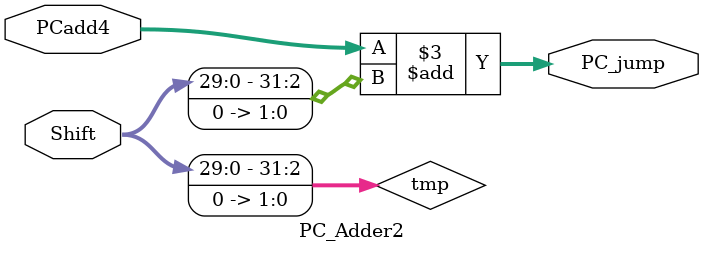
<source format=v>
`timescale 1ns / 1ps

//Ö´ÐÐ PC+4+Æ«ÒÆÁ¿
module PC_Adder2(
    //ÊäÈë£ºPC+4µÄ½á¹û
    input [31:0] PCadd4,
    //ÊäÈë£ºÆ«ÒÆÁ¿
    input [31:0] Shift,
    //Êä³ö£ºÒªÌø×ªµ½µÄPC
    output reg [31:0] PC_jump
    );
    //ÁÙÊ±±£´æÖµ
    reg [31:0] tmp;
    always@(PCadd4 or Shift)begin//×éºÏÂß¼­
        tmp = Shift<<2;
        PC_jump = PCadd4+tmp;//×èÈû¸³Öµ£¬±£Ö¤tmpµÄÖµÒÑ¾­ÊÇ×óÒÆÁ½Î»ºóµÄÖµ
     end
endmodule

</source>
